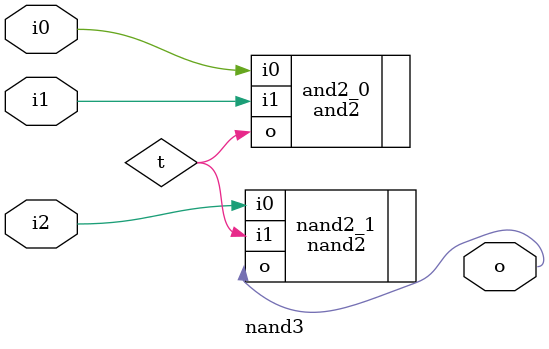
<source format=v>
module nand3 (
    input wire i0,       // in operand i0
    input wire i1,       // in operand i1
    input wire i2,       // in operand i2
    
    output wire o        // out signal o
);

    wire t;

    and2 and2_0 (
        .i0(i0),
        .i1(i1),
        .o(t)
    ); // Module

    nand2 nand2_1 (
        .i0(i2),
        .i1(t),
        .o(o)
    ); // Module

endmodule
</source>
